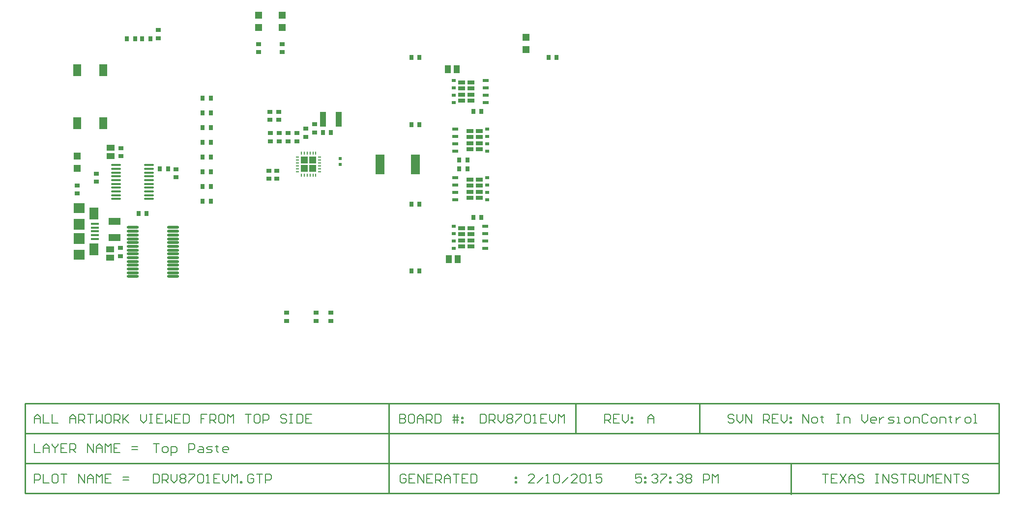
<source format=gtp>
%FSAX25Y25*%
%MOIN*%
G70*
G01*
G75*
G04 Layer_Color=9021481*
%ADD10R,0.05402X0.02795*%
%ADD11R,0.02323X0.02795*%
%ADD12R,0.05512X0.08268*%
%ADD13O,0.08268X0.01772*%
%ADD14O,0.00945X0.02362*%
%ADD15O,0.02362X0.00945*%
%ADD16R,0.11024X0.11024*%
%ADD17O,0.06693X0.01378*%
%ADD18R,0.01000X0.01000*%
%ADD19R,0.04724X0.04724*%
%ADD20C,0.03937*%
%ADD21R,0.06299X0.08268*%
%ADD22R,0.07480X0.07087*%
%ADD23R,0.07480X0.07480*%
%ADD24R,0.05315X0.01575*%
%ADD25R,0.05906X0.13780*%
%ADD26R,0.04331X0.10236*%
%ADD27R,0.08000X0.04500*%
%ADD28R,0.05512X0.04331*%
%ADD29R,0.03347X0.03150*%
%ADD30R,0.01969X0.02362*%
%ADD31R,0.03150X0.03347*%
%ADD32R,0.04331X0.05512*%
%ADD33C,0.01000*%
%ADD34C,0.03000*%
%ADD35C,0.02000*%
%ADD36C,0.00800*%
%ADD37R,0.15157X0.17795*%
%ADD38C,0.07087*%
%ADD39R,0.07087X0.07087*%
%ADD40C,0.06000*%
%ADD41C,0.02500*%
%ADD42C,0.31496*%
%ADD43R,0.05906X0.05906*%
%ADD44C,0.05906*%
%ADD45C,0.08700*%
%ADD46C,0.06200*%
%ADD47R,0.06200X0.06200*%
%ADD48R,0.06496X0.06496*%
%ADD49C,0.06496*%
%ADD50R,0.05906X0.05906*%
%ADD51R,0.03740X0.03740*%
%ADD52C,0.03740*%
%ADD53R,0.05315X0.05315*%
%ADD54C,0.05315*%
%ADD55R,0.07087X0.07087*%
%ADD56C,0.02000*%
%ADD57C,0.00600*%
%ADD58C,0.00700*%
%ADD59C,0.01575*%
%ADD60C,0.02362*%
%ADD61C,0.00984*%
%ADD62C,0.00787*%
%ADD63C,0.00799*%
%ADD64C,0.01800*%
%ADD65C,0.01500*%
%ADD66C,0.00500*%
%ADD67R,0.03937X0.01969*%
%ADD68R,0.08661X0.04331*%
%ADD69R,0.03150X0.01575*%
%ADD70R,0.07874X0.01575*%
%ADD71R,0.01969X0.03937*%
%ADD72R,0.05095X0.02937*%
%ADD73R,0.04221X0.02213*%
%ADD74R,0.03016X0.02000*%
%ADD75R,0.04839X0.04839*%
%ADD76C,0.00000*%
G54D12*
X0093058Y0291487D02*
D03*
Y0327313D02*
D03*
X0075342Y0291487D02*
D03*
Y0327313D02*
D03*
G54D13*
X0113117Y0220534D02*
D03*
Y0217975D02*
D03*
Y0215416D02*
D03*
Y0212857D02*
D03*
Y0210298D02*
D03*
Y0207739D02*
D03*
Y0205180D02*
D03*
Y0202621D02*
D03*
Y0200061D02*
D03*
Y0197502D02*
D03*
Y0194943D02*
D03*
Y0192384D02*
D03*
Y0189825D02*
D03*
Y0187266D02*
D03*
X0140283Y0220534D02*
D03*
Y0217975D02*
D03*
Y0215416D02*
D03*
Y0212857D02*
D03*
Y0210298D02*
D03*
Y0207739D02*
D03*
Y0205180D02*
D03*
Y0202621D02*
D03*
Y0200061D02*
D03*
Y0197502D02*
D03*
Y0194943D02*
D03*
Y0192384D02*
D03*
Y0189825D02*
D03*
Y0187266D02*
D03*
G54D14*
X0237121Y0270880D02*
D03*
X0235153D02*
D03*
X0233184D02*
D03*
X0231216D02*
D03*
X0229247D02*
D03*
X0227279D02*
D03*
Y0255920D02*
D03*
X0229247D02*
D03*
X0231216D02*
D03*
X0233184D02*
D03*
X0235153D02*
D03*
X0237121D02*
D03*
G54D15*
X0224720Y0268321D02*
D03*
Y0266353D02*
D03*
Y0264384D02*
D03*
Y0262416D02*
D03*
Y0260447D02*
D03*
Y0258479D02*
D03*
X0239680D02*
D03*
Y0260447D02*
D03*
Y0262416D02*
D03*
Y0264384D02*
D03*
Y0266353D02*
D03*
Y0268321D02*
D03*
G54D17*
X0123921Y0239884D02*
D03*
Y0242443D02*
D03*
Y0245002D02*
D03*
Y0247561D02*
D03*
Y0250120D02*
D03*
Y0252679D02*
D03*
Y0255239D02*
D03*
Y0257798D02*
D03*
Y0260357D02*
D03*
Y0262916D02*
D03*
X0101479Y0239884D02*
D03*
Y0242443D02*
D03*
Y0245002D02*
D03*
Y0247561D02*
D03*
Y0250120D02*
D03*
Y0252679D02*
D03*
Y0255239D02*
D03*
Y0257798D02*
D03*
Y0260357D02*
D03*
Y0262916D02*
D03*
G54D19*
X0075200Y0260766D02*
D03*
Y0269034D02*
D03*
X0198200Y0356266D02*
D03*
Y0364534D02*
D03*
X0379700Y0341266D02*
D03*
Y0349534D02*
D03*
X0214200Y0356266D02*
D03*
Y0364534D02*
D03*
G54D21*
X0086708Y0205695D02*
D03*
Y0230105D02*
D03*
G54D22*
X0076669Y0202152D02*
D03*
Y0233648D02*
D03*
G54D23*
X0076669Y0222624D02*
D03*
X0076669Y0213176D02*
D03*
G54D24*
X0087200Y0223018D02*
D03*
Y0220459D02*
D03*
Y0217900D02*
D03*
Y0215341D02*
D03*
Y0212782D02*
D03*
G54D25*
X0280692Y0263400D02*
D03*
X0304708D02*
D03*
G54D26*
X0241885Y0293900D02*
D03*
X0252515D02*
D03*
G54D27*
X0100700Y0213700D02*
D03*
Y0224700D02*
D03*
G54D28*
X0098020Y0274833D02*
D03*
Y0268927D02*
D03*
X0097700Y0199947D02*
D03*
Y0205853D02*
D03*
G54D29*
X0104700Y0201144D02*
D03*
Y0206656D02*
D03*
X0205200Y0259156D02*
D03*
Y0253644D02*
D03*
X0210700Y0259156D02*
D03*
Y0253644D02*
D03*
X0236200Y0290656D02*
D03*
Y0285144D02*
D03*
X0230200Y0282144D02*
D03*
Y0287656D02*
D03*
X0212200Y0284656D02*
D03*
Y0279144D02*
D03*
X0206200Y0279144D02*
D03*
Y0284656D02*
D03*
X0142200Y0254644D02*
D03*
Y0260156D02*
D03*
X0104920Y0274436D02*
D03*
Y0268924D02*
D03*
X0212070Y0293644D02*
D03*
Y0299156D02*
D03*
X0218200Y0284656D02*
D03*
Y0279144D02*
D03*
X0206070Y0293644D02*
D03*
Y0299156D02*
D03*
X0224200Y0279144D02*
D03*
Y0284656D02*
D03*
X0217200Y0157144D02*
D03*
Y0162656D02*
D03*
X0088200Y0257156D02*
D03*
Y0251644D02*
D03*
X0130221Y0349045D02*
D03*
Y0354556D02*
D03*
X0075200Y0249156D02*
D03*
Y0243644D02*
D03*
X0214200Y0345156D02*
D03*
Y0339644D02*
D03*
X0198200Y0345156D02*
D03*
Y0339644D02*
D03*
X0237200Y0162656D02*
D03*
Y0157144D02*
D03*
X0247200Y0162656D02*
D03*
Y0157144D02*
D03*
G54D30*
X0253700Y0263432D02*
D03*
Y0267369D02*
D03*
G54D31*
X0400456Y0335900D02*
D03*
X0394944D02*
D03*
X0349456Y0299400D02*
D03*
X0343944D02*
D03*
X0349456Y0227400D02*
D03*
X0343944D02*
D03*
X0247456Y0284900D02*
D03*
X0241944D02*
D03*
X0334444Y0266400D02*
D03*
X0339956D02*
D03*
X0334444Y0260400D02*
D03*
X0339956D02*
D03*
X0122456Y0229900D02*
D03*
X0116944D02*
D03*
X0108965Y0348800D02*
D03*
X0114477D02*
D03*
X0301944Y0335900D02*
D03*
X0307456D02*
D03*
X0307456Y0190900D02*
D03*
X0301944D02*
D03*
X0301944Y0290400D02*
D03*
X0307456D02*
D03*
X0307456Y0236400D02*
D03*
X0301944D02*
D03*
X0160444Y0308400D02*
D03*
X0165956D02*
D03*
X0136956Y0260400D02*
D03*
X0131444D02*
D03*
X0160444Y0298400D02*
D03*
X0165956D02*
D03*
X0160444Y0288400D02*
D03*
X0165956D02*
D03*
X0160444Y0278400D02*
D03*
X0165956D02*
D03*
X0124977Y0348800D02*
D03*
X0119465D02*
D03*
X0160444Y0268400D02*
D03*
X0165956D02*
D03*
X0160444Y0258400D02*
D03*
X0165956D02*
D03*
X0160444Y0248400D02*
D03*
X0165956D02*
D03*
X0160444Y0238400D02*
D03*
X0165956D02*
D03*
G54D32*
X0326747Y0327900D02*
D03*
X0332653D02*
D03*
X0327247Y0198900D02*
D03*
X0333153D02*
D03*
G54D33*
X0497200Y0080717D02*
Y0101050D01*
X0413200Y0080717D02*
Y0101050D01*
X0040000Y0080717D02*
X0700200D01*
X0040000Y0060383D02*
X0700000D01*
X0040000Y0040050D02*
X0440500D01*
X0040050Y0101050D02*
X0700200D01*
X0040050Y0040050D02*
Y0101050D01*
Y0040050D02*
X0197600D01*
X0040000D02*
Y0101050D01*
X0286500Y0040050D02*
Y0101050D01*
X0700200Y0040050D02*
Y0101050D01*
X0440500Y0040050D02*
X0700200D01*
X0559400Y0039400D02*
Y0059683D01*
G54D36*
X0126900Y0073549D02*
X0130899D01*
X0128899D01*
Y0067551D01*
X0133898D02*
X0135897D01*
X0136897Y0068550D01*
Y0070550D01*
X0135897Y0071549D01*
X0133898D01*
X0132898Y0070550D01*
Y0068550D01*
X0133898Y0067551D01*
X0138896Y0065551D02*
Y0071549D01*
X0141895D01*
X0142895Y0070550D01*
Y0068550D01*
X0141895Y0067551D01*
X0138896D01*
X0150892D02*
Y0073549D01*
X0153891D01*
X0154891Y0072549D01*
Y0070550D01*
X0153891Y0069550D01*
X0150892D01*
X0157890Y0071549D02*
X0159889D01*
X0160889Y0070550D01*
Y0067551D01*
X0157890D01*
X0156890Y0068550D01*
X0157890Y0069550D01*
X0160889D01*
X0162888Y0067551D02*
X0165887D01*
X0166887Y0068550D01*
X0165887Y0069550D01*
X0163888D01*
X0162888Y0070550D01*
X0163888Y0071549D01*
X0166887D01*
X0169886Y0072549D02*
Y0071549D01*
X0168886D01*
X0170886D01*
X0169886D01*
Y0068550D01*
X0170886Y0067551D01*
X0176884D02*
X0174884D01*
X0173885Y0068550D01*
Y0070550D01*
X0174884Y0071549D01*
X0176884D01*
X0177884Y0070550D01*
Y0069550D01*
X0173885D01*
X0567400Y0087833D02*
Y0093831D01*
X0571399Y0087833D01*
Y0093831D01*
X0574398Y0087833D02*
X0576397D01*
X0577397Y0088833D01*
Y0090832D01*
X0576397Y0091832D01*
X0574398D01*
X0573398Y0090832D01*
Y0088833D01*
X0574398Y0087833D01*
X0580396Y0092832D02*
Y0091832D01*
X0579396D01*
X0581395D01*
X0580396D01*
Y0088833D01*
X0581395Y0087833D01*
X0590393Y0093831D02*
X0592392D01*
X0591392D01*
Y0087833D01*
X0590393D01*
X0592392D01*
X0595391D02*
Y0091832D01*
X0598390D01*
X0599390Y0090832D01*
Y0087833D01*
X0607387Y0093831D02*
Y0089833D01*
X0609386Y0087833D01*
X0611386Y0089833D01*
Y0093831D01*
X0616384Y0087833D02*
X0614385D01*
X0613385Y0088833D01*
Y0090832D01*
X0614385Y0091832D01*
X0616384D01*
X0617384Y0090832D01*
Y0089833D01*
X0613385D01*
X0619383Y0091832D02*
Y0087833D01*
Y0089833D01*
X0620383Y0090832D01*
X0621383Y0091832D01*
X0622382D01*
X0625381Y0087833D02*
X0628380D01*
X0629380Y0088833D01*
X0628380Y0089833D01*
X0626381D01*
X0625381Y0090832D01*
X0626381Y0091832D01*
X0629380D01*
X0631379Y0087833D02*
X0633379D01*
X0632379D01*
Y0091832D01*
X0631379D01*
X0637377Y0087833D02*
X0639377D01*
X0640376Y0088833D01*
Y0090832D01*
X0639377Y0091832D01*
X0637377D01*
X0636378Y0090832D01*
Y0088833D01*
X0637377Y0087833D01*
X0642376D02*
Y0091832D01*
X0645375D01*
X0646374Y0090832D01*
Y0087833D01*
X0652373Y0092832D02*
X0651373Y0093831D01*
X0649373D01*
X0648374Y0092832D01*
Y0088833D01*
X0649373Y0087833D01*
X0651373D01*
X0652373Y0088833D01*
X0655372Y0087833D02*
X0657371D01*
X0658371Y0088833D01*
Y0090832D01*
X0657371Y0091832D01*
X0655372D01*
X0654372Y0090832D01*
Y0088833D01*
X0655372Y0087833D01*
X0660370D02*
Y0091832D01*
X0663369D01*
X0664369Y0090832D01*
Y0087833D01*
X0667368Y0092832D02*
Y0091832D01*
X0666368D01*
X0668367D01*
X0667368D01*
Y0088833D01*
X0668367Y0087833D01*
X0671366Y0091832D02*
Y0087833D01*
Y0089833D01*
X0672366Y0090832D01*
X0673366Y0091832D01*
X0674365D01*
X0678364Y0087833D02*
X0680364D01*
X0681363Y0088833D01*
Y0090832D01*
X0680364Y0091832D01*
X0678364D01*
X0677364Y0090832D01*
Y0088833D01*
X0678364Y0087833D01*
X0683362D02*
X0685362D01*
X0684362D01*
Y0093831D01*
X0683362D01*
X0520799Y0092832D02*
X0519799Y0093831D01*
X0517800D01*
X0516800Y0092832D01*
Y0091832D01*
X0517800Y0090832D01*
X0519799D01*
X0520799Y0089833D01*
Y0088833D01*
X0519799Y0087833D01*
X0517800D01*
X0516800Y0088833D01*
X0522798Y0093831D02*
Y0089833D01*
X0524797Y0087833D01*
X0526797Y0089833D01*
Y0093831D01*
X0528796Y0087833D02*
Y0093831D01*
X0532795Y0087833D01*
Y0093831D01*
X0540792Y0087833D02*
Y0093831D01*
X0543791D01*
X0544791Y0092832D01*
Y0090832D01*
X0543791Y0089833D01*
X0540792D01*
X0542792D02*
X0544791Y0087833D01*
X0550789Y0093831D02*
X0546790D01*
Y0087833D01*
X0550789D01*
X0546790Y0090832D02*
X0548790D01*
X0552788Y0093831D02*
Y0089833D01*
X0554788Y0087833D01*
X0556787Y0089833D01*
Y0093831D01*
X0558786Y0091832D02*
X0559786D01*
Y0090832D01*
X0558786D01*
Y0091832D01*
Y0088833D02*
X0559786D01*
Y0087833D01*
X0558786D01*
Y0088833D01*
X0433000Y0087833D02*
Y0093831D01*
X0435999D01*
X0436999Y0092832D01*
Y0090832D01*
X0435999Y0089833D01*
X0433000D01*
X0434999D02*
X0436999Y0087833D01*
X0442997Y0093831D02*
X0438998D01*
Y0087833D01*
X0442997D01*
X0438998Y0090832D02*
X0440997D01*
X0444996Y0093831D02*
Y0089833D01*
X0446995Y0087833D01*
X0448995Y0089833D01*
Y0093831D01*
X0450994Y0091832D02*
X0451994D01*
Y0090832D01*
X0450994D01*
Y0091832D01*
Y0088833D02*
X0451994D01*
Y0087833D01*
X0450994D01*
Y0088833D01*
X0126900Y0052965D02*
Y0046966D01*
X0129899D01*
X0130899Y0047966D01*
Y0051965D01*
X0129899Y0052965D01*
X0126900D01*
X0132898Y0046966D02*
Y0052965D01*
X0135897D01*
X0136897Y0051965D01*
Y0049966D01*
X0135897Y0048966D01*
X0132898D01*
X0134897D02*
X0136897Y0046966D01*
X0138896Y0052965D02*
Y0048966D01*
X0140895Y0046966D01*
X0142895Y0048966D01*
Y0052965D01*
X0144894Y0051965D02*
X0145894Y0052965D01*
X0147893D01*
X0148893Y0051965D01*
Y0050965D01*
X0147893Y0049966D01*
X0148893Y0048966D01*
Y0047966D01*
X0147893Y0046966D01*
X0145894D01*
X0144894Y0047966D01*
Y0048966D01*
X0145894Y0049966D01*
X0144894Y0050965D01*
Y0051965D01*
X0145894Y0049966D02*
X0147893D01*
X0150892Y0052965D02*
X0154891D01*
Y0051965D01*
X0150892Y0047966D01*
Y0046966D01*
X0156890Y0051965D02*
X0157890Y0052965D01*
X0159889D01*
X0160889Y0051965D01*
Y0047966D01*
X0159889Y0046966D01*
X0157890D01*
X0156890Y0047966D01*
Y0051965D01*
X0162888Y0046966D02*
X0164888D01*
X0163888D01*
Y0052965D01*
X0162888Y0051965D01*
X0171885Y0052965D02*
X0167887D01*
Y0046966D01*
X0171885D01*
X0167887Y0049966D02*
X0169886D01*
X0173885Y0052965D02*
Y0048966D01*
X0175884Y0046966D01*
X0177884Y0048966D01*
Y0052965D01*
X0179883Y0046966D02*
Y0052965D01*
X0181882Y0050965D01*
X0183882Y0052965D01*
Y0046966D01*
X0185881D02*
Y0047966D01*
X0186881D01*
Y0046966D01*
X0185881D01*
X0194878Y0051965D02*
X0193878Y0052965D01*
X0191879D01*
X0190879Y0051965D01*
Y0047966D01*
X0191879Y0046966D01*
X0193878D01*
X0194878Y0047966D01*
Y0049966D01*
X0192879D01*
X0196877Y0052965D02*
X0200876D01*
X0198877D01*
Y0046966D01*
X0202875D02*
Y0052965D01*
X0205874D01*
X0206874Y0051965D01*
Y0049966D01*
X0205874Y0048966D01*
X0202875D01*
X0385149Y0046966D02*
X0381150D01*
X0385149Y0050965D01*
Y0051965D01*
X0384149Y0052965D01*
X0382150D01*
X0381150Y0051965D01*
X0387148Y0046966D02*
X0391147Y0050965D01*
X0393146Y0046966D02*
X0395146D01*
X0394146D01*
Y0052965D01*
X0393146Y0051965D01*
X0398145D02*
X0399144Y0052965D01*
X0401144D01*
X0402143Y0051965D01*
Y0047966D01*
X0401144Y0046966D01*
X0399144D01*
X0398145Y0047966D01*
Y0051965D01*
X0404143Y0046966D02*
X0408141Y0050965D01*
X0414139Y0046966D02*
X0410141D01*
X0414139Y0050965D01*
Y0051965D01*
X0413140Y0052965D01*
X0411140D01*
X0410141Y0051965D01*
X0416139D02*
X0417138Y0052965D01*
X0419138D01*
X0420137Y0051965D01*
Y0047966D01*
X0419138Y0046966D01*
X0417138D01*
X0416139Y0047966D01*
Y0051965D01*
X0422137Y0046966D02*
X0424136D01*
X0423136D01*
Y0052965D01*
X0422137Y0051965D01*
X0431134Y0052965D02*
X0427135D01*
Y0049966D01*
X0429135Y0050965D01*
X0430134D01*
X0431134Y0049966D01*
Y0047966D01*
X0430134Y0046966D01*
X0428135D01*
X0427135Y0047966D01*
X0298199Y0051965D02*
X0297199Y0052965D01*
X0295200D01*
X0294200Y0051965D01*
Y0047966D01*
X0295200Y0046966D01*
X0297199D01*
X0298199Y0047966D01*
Y0049966D01*
X0296199D01*
X0304197Y0052965D02*
X0300198D01*
Y0046966D01*
X0304197D01*
X0300198Y0049966D02*
X0302197D01*
X0306196Y0046966D02*
Y0052965D01*
X0310195Y0046966D01*
Y0052965D01*
X0316193D02*
X0312194D01*
Y0046966D01*
X0316193D01*
X0312194Y0049966D02*
X0314194D01*
X0318192Y0046966D02*
Y0052965D01*
X0321191D01*
X0322191Y0051965D01*
Y0049966D01*
X0321191Y0048966D01*
X0318192D01*
X0320192D02*
X0322191Y0046966D01*
X0324190D02*
Y0050965D01*
X0326190Y0052965D01*
X0328189Y0050965D01*
Y0046966D01*
Y0049966D01*
X0324190D01*
X0330188Y0052965D02*
X0334187D01*
X0332188D01*
Y0046966D01*
X0340185Y0052965D02*
X0336186D01*
Y0046966D01*
X0340185D01*
X0336186Y0049966D02*
X0338186D01*
X0342184Y0052965D02*
Y0046966D01*
X0345183D01*
X0346183Y0047966D01*
Y0051965D01*
X0345183Y0052965D01*
X0342184D01*
X0372175Y0050965D02*
X0373175D01*
Y0049966D01*
X0372175D01*
Y0050965D01*
Y0047966D02*
X0373175D01*
Y0046966D01*
X0372175D01*
Y0047966D01*
X0046350Y0087833D02*
Y0091832D01*
X0048349Y0093831D01*
X0050349Y0091832D01*
Y0087833D01*
Y0090832D01*
X0046350D01*
X0052348Y0093831D02*
Y0087833D01*
X0056347D01*
X0058346Y0093831D02*
Y0087833D01*
X0062345D01*
X0070342D02*
Y0091832D01*
X0072342Y0093831D01*
X0074341Y0091832D01*
Y0087833D01*
Y0090832D01*
X0070342D01*
X0076340Y0087833D02*
Y0093831D01*
X0079339D01*
X0080339Y0092832D01*
Y0090832D01*
X0079339Y0089833D01*
X0076340D01*
X0078340D02*
X0080339Y0087833D01*
X0082338Y0093831D02*
X0086337D01*
X0084338D01*
Y0087833D01*
X0088336Y0093831D02*
Y0087833D01*
X0090336Y0089833D01*
X0092335Y0087833D01*
Y0093831D01*
X0097334D02*
X0095334D01*
X0094335Y0092832D01*
Y0088833D01*
X0095334Y0087833D01*
X0097334D01*
X0098333Y0088833D01*
Y0092832D01*
X0097334Y0093831D01*
X0100332Y0087833D02*
Y0093831D01*
X0103332D01*
X0104331Y0092832D01*
Y0090832D01*
X0103332Y0089833D01*
X0100332D01*
X0102332D02*
X0104331Y0087833D01*
X0106331Y0093831D02*
Y0087833D01*
Y0089833D01*
X0110329Y0093831D01*
X0107330Y0090832D01*
X0110329Y0087833D01*
X0118327Y0093831D02*
Y0089833D01*
X0120326Y0087833D01*
X0122325Y0089833D01*
Y0093831D01*
X0124325D02*
X0126324D01*
X0125324D01*
Y0087833D01*
X0124325D01*
X0126324D01*
X0133322Y0093831D02*
X0129323D01*
Y0087833D01*
X0133322D01*
X0129323Y0090832D02*
X0131323D01*
X0135321Y0093831D02*
Y0087833D01*
X0137321Y0089833D01*
X0139320Y0087833D01*
Y0093831D01*
X0145318D02*
X0141319D01*
Y0087833D01*
X0145318D01*
X0141319Y0090832D02*
X0143319D01*
X0147317Y0093831D02*
Y0087833D01*
X0150316D01*
X0151316Y0088833D01*
Y0092832D01*
X0150316Y0093831D01*
X0147317D01*
X0163312D02*
X0159313D01*
Y0090832D01*
X0161313D01*
X0159313D01*
Y0087833D01*
X0165312D02*
Y0093831D01*
X0168310D01*
X0169310Y0092832D01*
Y0090832D01*
X0168310Y0089833D01*
X0165312D01*
X0167311D02*
X0169310Y0087833D01*
X0174309Y0093831D02*
X0172309D01*
X0171310Y0092832D01*
Y0088833D01*
X0172309Y0087833D01*
X0174309D01*
X0175308Y0088833D01*
Y0092832D01*
X0174309Y0093831D01*
X0177308Y0087833D02*
Y0093831D01*
X0179307Y0091832D01*
X0181306Y0093831D01*
Y0087833D01*
X0189304Y0093831D02*
X0193303D01*
X0191303D01*
Y0087833D01*
X0198301Y0093831D02*
X0196301D01*
X0195302Y0092832D01*
Y0088833D01*
X0196301Y0087833D01*
X0198301D01*
X0199301Y0088833D01*
Y0092832D01*
X0198301Y0093831D01*
X0201300Y0087833D02*
Y0093831D01*
X0204299D01*
X0205299Y0092832D01*
Y0090832D01*
X0204299Y0089833D01*
X0201300D01*
X0217295Y0092832D02*
X0216295Y0093831D01*
X0214296D01*
X0213296Y0092832D01*
Y0091832D01*
X0214296Y0090832D01*
X0216295D01*
X0217295Y0089833D01*
Y0088833D01*
X0216295Y0087833D01*
X0214296D01*
X0213296Y0088833D01*
X0219294Y0093831D02*
X0221293D01*
X0220294D01*
Y0087833D01*
X0219294D01*
X0221293D01*
X0224292Y0093831D02*
Y0087833D01*
X0227291D01*
X0228291Y0088833D01*
Y0092832D01*
X0227291Y0093831D01*
X0224292D01*
X0234289D02*
X0230291D01*
Y0087833D01*
X0234289D01*
X0230291Y0090832D02*
X0232290D01*
X0462150Y0087833D02*
Y0091832D01*
X0464149Y0093831D01*
X0466149Y0091832D01*
Y0087833D01*
Y0090832D01*
X0462150D01*
X0348550Y0093831D02*
Y0087833D01*
X0351549D01*
X0352549Y0088833D01*
Y0092832D01*
X0351549Y0093831D01*
X0348550D01*
X0354548Y0087833D02*
Y0093831D01*
X0357547D01*
X0358547Y0092832D01*
Y0090832D01*
X0357547Y0089833D01*
X0354548D01*
X0356547D02*
X0358547Y0087833D01*
X0360546Y0093831D02*
Y0089833D01*
X0362545Y0087833D01*
X0364545Y0089833D01*
Y0093831D01*
X0366544Y0092832D02*
X0367544Y0093831D01*
X0369543D01*
X0370543Y0092832D01*
Y0091832D01*
X0369543Y0090832D01*
X0370543Y0089833D01*
Y0088833D01*
X0369543Y0087833D01*
X0367544D01*
X0366544Y0088833D01*
Y0089833D01*
X0367544Y0090832D01*
X0366544Y0091832D01*
Y0092832D01*
X0367544Y0090832D02*
X0369543D01*
X0372542Y0093831D02*
X0376541D01*
Y0092832D01*
X0372542Y0088833D01*
Y0087833D01*
X0378540Y0092832D02*
X0379540Y0093831D01*
X0381539D01*
X0382539Y0092832D01*
Y0088833D01*
X0381539Y0087833D01*
X0379540D01*
X0378540Y0088833D01*
Y0092832D01*
X0384538Y0087833D02*
X0386538D01*
X0385538D01*
Y0093831D01*
X0384538Y0092832D01*
X0393535Y0093831D02*
X0389537D01*
Y0087833D01*
X0393535D01*
X0389537Y0090832D02*
X0391536D01*
X0395535Y0093831D02*
Y0089833D01*
X0397534Y0087833D01*
X0399534Y0089833D01*
Y0093831D01*
X0401533Y0087833D02*
Y0093831D01*
X0403532Y0091832D01*
X0405532Y0093831D01*
Y0087833D01*
X0294000Y0093831D02*
Y0087833D01*
X0296999D01*
X0297999Y0088833D01*
Y0089833D01*
X0296999Y0090832D01*
X0294000D01*
X0296999D01*
X0297999Y0091832D01*
Y0092832D01*
X0296999Y0093831D01*
X0294000D01*
X0302997D02*
X0300998D01*
X0299998Y0092832D01*
Y0088833D01*
X0300998Y0087833D01*
X0302997D01*
X0303997Y0088833D01*
Y0092832D01*
X0302997Y0093831D01*
X0305996Y0087833D02*
Y0091832D01*
X0307996Y0093831D01*
X0309995Y0091832D01*
Y0087833D01*
Y0090832D01*
X0305996D01*
X0311994Y0087833D02*
Y0093831D01*
X0314993D01*
X0315993Y0092832D01*
Y0090832D01*
X0314993Y0089833D01*
X0311994D01*
X0313994D02*
X0315993Y0087833D01*
X0317992Y0093831D02*
Y0087833D01*
X0320991D01*
X0321991Y0088833D01*
Y0092832D01*
X0320991Y0093831D01*
X0317992D01*
X0330988Y0087833D02*
Y0093831D01*
X0332987D02*
Y0087833D01*
X0329988Y0091832D02*
X0332987D01*
X0333987D01*
X0329988Y0089833D02*
X0333987D01*
X0335986Y0091832D02*
X0336986D01*
Y0090832D01*
X0335986D01*
Y0091832D01*
Y0088833D02*
X0336986D01*
Y0087833D01*
X0335986D01*
Y0088833D01*
X0046350Y0073549D02*
Y0067551D01*
X0050349D01*
X0052348D02*
Y0071549D01*
X0054347Y0073549D01*
X0056347Y0071549D01*
Y0067551D01*
Y0070550D01*
X0052348D01*
X0058346Y0073549D02*
Y0072549D01*
X0060346Y0070550D01*
X0062345Y0072549D01*
Y0073549D01*
X0060346Y0070550D02*
Y0067551D01*
X0068343Y0073549D02*
X0064344D01*
Y0067551D01*
X0068343D01*
X0064344Y0070550D02*
X0066343D01*
X0070342Y0067551D02*
Y0073549D01*
X0073341D01*
X0074341Y0072549D01*
Y0070550D01*
X0073341Y0069550D01*
X0070342D01*
X0072342D02*
X0074341Y0067551D01*
X0082338D02*
Y0073549D01*
X0086337Y0067551D01*
Y0073549D01*
X0088336Y0067551D02*
Y0071549D01*
X0090336Y0073549D01*
X0092335Y0071549D01*
Y0067551D01*
Y0070550D01*
X0088336D01*
X0094335Y0067551D02*
Y0073549D01*
X0096334Y0071549D01*
X0098333Y0073549D01*
Y0067551D01*
X0104331Y0073549D02*
X0100332D01*
Y0067551D01*
X0104331D01*
X0100332Y0070550D02*
X0102332D01*
X0112329Y0069550D02*
X0116327D01*
X0112329Y0071549D02*
X0116327D01*
X0046350Y0046966D02*
Y0052965D01*
X0049349D01*
X0050349Y0051965D01*
Y0049966D01*
X0049349Y0048966D01*
X0046350D01*
X0052348Y0052965D02*
Y0046966D01*
X0056347D01*
X0061345Y0052965D02*
X0059346D01*
X0058346Y0051965D01*
Y0047966D01*
X0059346Y0046966D01*
X0061345D01*
X0062345Y0047966D01*
Y0051965D01*
X0061345Y0052965D01*
X0064344D02*
X0068343D01*
X0066343D01*
Y0046966D01*
X0076340D02*
Y0052965D01*
X0080339Y0046966D01*
Y0052965D01*
X0082338Y0046966D02*
Y0050965D01*
X0084338Y0052965D01*
X0086337Y0050965D01*
Y0046966D01*
Y0049966D01*
X0082338D01*
X0088336Y0046966D02*
Y0052965D01*
X0090336Y0050965D01*
X0092335Y0052965D01*
Y0046966D01*
X0098333Y0052965D02*
X0094335D01*
Y0046966D01*
X0098333D01*
X0094335Y0049966D02*
X0096334D01*
X0106331Y0048966D02*
X0110329D01*
X0106331Y0050965D02*
X0110329D01*
X0458049Y0052965D02*
X0454050D01*
Y0049966D01*
X0456049Y0050965D01*
X0457049D01*
X0458049Y0049966D01*
Y0047966D01*
X0457049Y0046966D01*
X0455050D01*
X0454050Y0047966D01*
X0460048Y0050965D02*
X0461048D01*
Y0049966D01*
X0460048D01*
Y0050965D01*
Y0047966D02*
X0461048D01*
Y0046966D01*
X0460048D01*
Y0047966D01*
X0465046Y0051965D02*
X0466046Y0052965D01*
X0468046D01*
X0469045Y0051965D01*
Y0050965D01*
X0468046Y0049966D01*
X0467046D01*
X0468046D01*
X0469045Y0048966D01*
Y0047966D01*
X0468046Y0046966D01*
X0466046D01*
X0465046Y0047966D01*
X0471044Y0052965D02*
X0475043D01*
Y0051965D01*
X0471044Y0047966D01*
Y0046966D01*
X0477043Y0050965D02*
X0478042D01*
Y0049966D01*
X0477043D01*
Y0050965D01*
Y0047966D02*
X0478042D01*
Y0046966D01*
X0477043D01*
Y0047966D01*
X0482041Y0051965D02*
X0483041Y0052965D01*
X0485040D01*
X0486040Y0051965D01*
Y0050965D01*
X0485040Y0049966D01*
X0484040D01*
X0485040D01*
X0486040Y0048966D01*
Y0047966D01*
X0485040Y0046966D01*
X0483041D01*
X0482041Y0047966D01*
X0488039Y0051965D02*
X0489039Y0052965D01*
X0491038D01*
X0492038Y0051965D01*
Y0050965D01*
X0491038Y0049966D01*
X0492038Y0048966D01*
Y0047966D01*
X0491038Y0046966D01*
X0489039D01*
X0488039Y0047966D01*
Y0048966D01*
X0489039Y0049966D01*
X0488039Y0050965D01*
Y0051965D01*
X0489039Y0049966D02*
X0491038D01*
X0500035Y0046966D02*
Y0052965D01*
X0503034D01*
X0504034Y0051965D01*
Y0049966D01*
X0503034Y0048966D01*
X0500035D01*
X0506033Y0046966D02*
Y0052965D01*
X0508033Y0050965D01*
X0510032Y0052965D01*
Y0046966D01*
X0580500Y0052965D02*
X0584499D01*
X0582499D01*
Y0046966D01*
X0590497Y0052965D02*
X0586498D01*
Y0046966D01*
X0590497D01*
X0586498Y0049966D02*
X0588497D01*
X0592496Y0052965D02*
X0596495Y0046966D01*
Y0052965D02*
X0592496Y0046966D01*
X0598494D02*
Y0050965D01*
X0600493Y0052965D01*
X0602493Y0050965D01*
Y0046966D01*
Y0049966D01*
X0598494D01*
X0608491Y0051965D02*
X0607491Y0052965D01*
X0605492D01*
X0604492Y0051965D01*
Y0050965D01*
X0605492Y0049966D01*
X0607491D01*
X0608491Y0048966D01*
Y0047966D01*
X0607491Y0046966D01*
X0605492D01*
X0604492Y0047966D01*
X0616488Y0052965D02*
X0618488D01*
X0617488D01*
Y0046966D01*
X0616488D01*
X0618488D01*
X0621487D02*
Y0052965D01*
X0625486Y0046966D01*
Y0052965D01*
X0631484Y0051965D02*
X0630484Y0052965D01*
X0628484D01*
X0627485Y0051965D01*
Y0050965D01*
X0628484Y0049966D01*
X0630484D01*
X0631484Y0048966D01*
Y0047966D01*
X0630484Y0046966D01*
X0628484D01*
X0627485Y0047966D01*
X0633483Y0052965D02*
X0637482D01*
X0635482D01*
Y0046966D01*
X0639481D02*
Y0052965D01*
X0642480D01*
X0643480Y0051965D01*
Y0049966D01*
X0642480Y0048966D01*
X0639481D01*
X0641480D02*
X0643480Y0046966D01*
X0645479Y0052965D02*
Y0047966D01*
X0646479Y0046966D01*
X0648478D01*
X0649478Y0047966D01*
Y0052965D01*
X0651477Y0046966D02*
Y0052965D01*
X0653476Y0050965D01*
X0655476Y0052965D01*
Y0046966D01*
X0661474Y0052965D02*
X0657475D01*
Y0046966D01*
X0661474D01*
X0657475Y0049966D02*
X0659474D01*
X0663473Y0046966D02*
Y0052965D01*
X0667472Y0046966D01*
Y0052965D01*
X0669471D02*
X0673470D01*
X0671471D01*
Y0046966D01*
X0679468Y0051965D02*
X0678468Y0052965D01*
X0676469D01*
X0675469Y0051965D01*
Y0050965D01*
X0676469Y0049966D01*
X0678468D01*
X0679468Y0048966D01*
Y0047966D01*
X0678468Y0046966D01*
X0676469D01*
X0675469Y0047966D01*
G54D72*
X0348095Y0248959D02*
D03*
X0341622D02*
D03*
Y0244841D02*
D03*
X0348095D02*
D03*
X0341622Y0253077D02*
D03*
X0348095D02*
D03*
X0341622Y0240723D02*
D03*
X0348095D02*
D03*
X0335836Y0310751D02*
D03*
X0342308D02*
D03*
Y0314868D02*
D03*
X0335836D02*
D03*
X0342308Y0306632D02*
D03*
X0335836D02*
D03*
X0342308Y0318986D02*
D03*
X0335836D02*
D03*
X0335805Y0211841D02*
D03*
X0342278D02*
D03*
Y0215959D02*
D03*
X0335805D02*
D03*
X0342278Y0207723D02*
D03*
X0335805D02*
D03*
X0342278Y0220077D02*
D03*
X0335805D02*
D03*
X0348125Y0281869D02*
D03*
X0341653D02*
D03*
Y0277750D02*
D03*
X0348125D02*
D03*
X0341653Y0285987D02*
D03*
X0348125D02*
D03*
X0341653Y0273632D02*
D03*
X0348125D02*
D03*
G54D73*
X0331770Y0254400D02*
D03*
Y0249400D02*
D03*
Y0244400D02*
D03*
Y0239400D02*
D03*
X0352160Y0305310D02*
D03*
Y0310310D02*
D03*
Y0315309D02*
D03*
Y0320309D02*
D03*
X0352130Y0206400D02*
D03*
Y0211401D02*
D03*
Y0216399D02*
D03*
Y0221399D02*
D03*
X0331800Y0287310D02*
D03*
Y0282310D02*
D03*
Y0277309D02*
D03*
Y0272309D02*
D03*
G54D74*
X0353276Y0254400D02*
D03*
Y0249400D02*
D03*
Y0244400D02*
D03*
Y0239400D02*
D03*
X0330655Y0305310D02*
D03*
Y0310310D02*
D03*
Y0315309D02*
D03*
Y0320309D02*
D03*
X0330624Y0206400D02*
D03*
Y0211401D02*
D03*
Y0216399D02*
D03*
Y0221399D02*
D03*
X0353306Y0287310D02*
D03*
Y0282310D02*
D03*
Y0277309D02*
D03*
Y0272309D02*
D03*
G54D75*
X0235013Y0260587D02*
D03*
Y0266213D02*
D03*
X0229387D02*
D03*
Y0260587D02*
D03*
G54D76*
X0411700Y0336400D02*
D03*
X0076700Y0190400D02*
D03*
X0411700D02*
D03*
M02*

</source>
